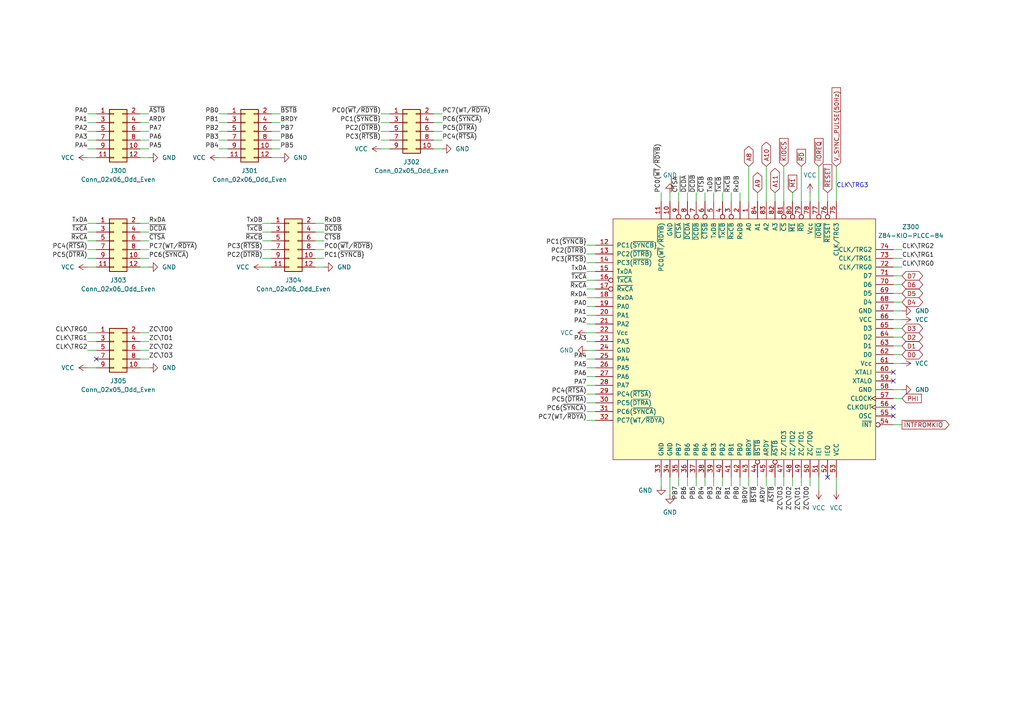
<source format=kicad_sch>
(kicad_sch (version 20211123) (generator eeschema)
  (paper "A4")
  (title_block (title "JupiterAce Z80 plus KIO and new memory format.") (date "2020-05-12") (rev "${REVNUM}") (company "Ontobus") (comment 1 "John Bradley") (comment 2 "https://creativecommons.org/licenses/by-nc-sa/4.0/") (comment 3 "Attribution-NonCommercial-ShareAlike 4.0 International License.") (comment 4 "This work is licensed under a Creative Commons "))
  (lib_symbols
    (symbol "Connector_Generic:Conn_02x05_Odd_Even" (pin_names (offset 1.016) hide)
      (property "Reference" "J" (at 1.27 7.62 0))
      (property "Value" "Conn_02x05_Odd_Even" (at 1.27 -7.62 0))
      (symbol "Conn_02x05_Odd_Even_1_1"
        (rectangle (start -1.27 -4.953) (end 0 -5.207) (stroke (width 0.1524)))
        (rectangle (start -1.27 -2.413) (end 0 -2.667) (stroke (width 0.1524)))
        (rectangle (start -1.27 0.127) (end 0 -0.127) (stroke (width 0.1524)))
        (rectangle (start -1.27 2.667) (end 0 2.413) (stroke (width 0.1524)))
        (rectangle (start -1.27 5.207) (end 0 4.953) (stroke (width 0.1524)))
        (rectangle (start -1.27 6.35) (end 3.81 -6.35) (stroke (width 0.254)) (fill (type background)))
        (rectangle (start 3.81 -4.953) (end 2.54 -5.207) (stroke (width 0.1524)))
        (rectangle (start 3.81 -2.413) (end 2.54 -2.667) (stroke (width 0.1524)))
        (rectangle (start 3.81 0.127) (end 2.54 -0.127) (stroke (width 0.1524)))
        (rectangle (start 3.81 2.667) (end 2.54 2.413) (stroke (width 0.1524)))
        (rectangle (start 3.81 5.207) (end 2.54 4.953) (stroke (width 0.1524)))
        (pin passive line (at -5.08 5.08 0) (length 3.81) (name "Pin_1") (number "1"))
        (pin passive line (at 7.62 -5.08 180) (length 3.81) (name "Pin_10") (number "10"))
        (pin passive line (at 7.62 5.08 180) (length 3.81) (name "Pin_2") (number "2"))
        (pin passive line (at -5.08 2.54 0) (length 3.81) (name "Pin_3") (number "3"))
        (pin passive line (at 7.62 2.54 180) (length 3.81) (name "Pin_4") (number "4"))
        (pin passive line (at -5.08 0 0) (length 3.81) (name "Pin_5") (number "5"))
        (pin passive line (at 7.62 0 180) (length 3.81) (name "Pin_6") (number "6"))
        (pin passive line (at -5.08 -2.54 0) (length 3.81) (name "Pin_7") (number "7"))
        (pin passive line (at 7.62 -2.54 180) (length 3.81) (name "Pin_8") (number "8"))
        (pin passive line (at -5.08 -5.08 0) (length 3.81) (name "Pin_9") (number "9"))
      )
    )
    (symbol "Connector_Generic:Conn_02x06_Odd_Even" (pin_names (offset 1.016) hide)
      (property "Reference" "J" (at 1.27 7.62 0))
      (property "Value" "Conn_02x06_Odd_Even" (at 1.27 -10.16 0))
      (symbol "Conn_02x06_Odd_Even_1_1"
        (rectangle (start -1.27 -7.493) (end 0 -7.747) (stroke (width 0.1524)))
        (rectangle (start -1.27 -4.953) (end 0 -5.207) (stroke (width 0.1524)))
        (rectangle (start -1.27 -2.413) (end 0 -2.667) (stroke (width 0.1524)))
        (rectangle (start -1.27 0.127) (end 0 -0.127) (stroke (width 0.1524)))
        (rectangle (start -1.27 2.667) (end 0 2.413) (stroke (width 0.1524)))
        (rectangle (start -1.27 5.207) (end 0 4.953) (stroke (width 0.1524)))
        (rectangle (start -1.27 6.35) (end 3.81 -8.89) (stroke (width 0.254)) (fill (type background)))
        (rectangle (start 3.81 -7.493) (end 2.54 -7.747) (stroke (width 0.1524)))
        (rectangle (start 3.81 -4.953) (end 2.54 -5.207) (stroke (width 0.1524)))
        (rectangle (start 3.81 -2.413) (end 2.54 -2.667) (stroke (width 0.1524)))
        (rectangle (start 3.81 0.127) (end 2.54 -0.127) (stroke (width 0.1524)))
        (rectangle (start 3.81 2.667) (end 2.54 2.413) (stroke (width 0.1524)))
        (rectangle (start 3.81 5.207) (end 2.54 4.953) (stroke (width 0.1524)))
        (pin passive line (at -5.08 5.08 0) (length 3.81) (name "Pin_1") (number "1"))
        (pin passive line (at 7.62 -5.08 180) (length 3.81) (name "Pin_10") (number "10"))
        (pin passive line (at -5.08 -7.62 0) (length 3.81) (name "Pin_11") (number "11"))
        (pin passive line (at 7.62 -7.62 180) (length 3.81) (name "Pin_12") (number "12"))
        (pin passive line (at 7.62 5.08 180) (length 3.81) (name "Pin_2") (number "2"))
        (pin passive line (at -5.08 2.54 0) (length 3.81) (name "Pin_3") (number "3"))
        (pin passive line (at 7.62 2.54 180) (length 3.81) (name "Pin_4") (number "4"))
        (pin passive line (at -5.08 0 0) (length 3.81) (name "Pin_5") (number "5"))
        (pin passive line (at 7.62 0 180) (length 3.81) (name "Pin_6") (number "6"))
        (pin passive line (at -5.08 -2.54 0) (length 3.81) (name "Pin_7") (number "7"))
        (pin passive line (at 7.62 -2.54 180) (length 3.81) (name "Pin_8") (number "8"))
        (pin passive line (at -5.08 -5.08 0) (length 3.81) (name "Pin_9") (number "9"))
      )
    )
    (symbol "Zilog_Z80_Peripherals:KIO-PLCC-84" (pin_names (offset 1.016))
      (property "Reference" "Z" (at 29.21 -27.94 0))
      (property "Value" "KIO-PLCC-84" (at 31.75 -24.13 0))
      (symbol "KIO-PLCC-84_0_1"
        (rectangle (start 0 0) (end 76.2 -69.85) (fill (type background)))
      )
      (symbol "KIO-PLCC-84_1_1"
        (pin input line (at 39.37 5.08 270) (length 5.08) (name "A0") (number "1"))
        (pin power_in line (at 16.51 5.08 270) (length 5.08) (name "GND") (number "10"))
        (pin tri_state line (at 13.97 5.08 270) (length 5.08) (name "PC0(~{WT}/~{RDYB})") (number "11"))
        (pin tri_state line (at -5.08 -7.62 0) (length 5.08) (name "PC1(~{SYNCB}}") (number "12"))
        (pin tri_state line (at -5.08 -10.16 0) (length 5.08) (name "PC2(~{DTRB})") (number "13"))
        (pin tri_state line (at -5.08 -12.7 0) (length 5.08) (name "PC3(~{RTSB})") (number "14"))
        (pin output line (at -5.08 -15.24 0) (length 5.08) (name "TxDA") (number "15"))
        (pin input inverted (at -5.08 -17.78 0) (length 5.08) (name "~{TxCA}") (number "16"))
        (pin input inverted (at -5.08 -20.32 0) (length 5.08) (name "~{RxCA}") (number "17"))
        (pin input line (at -5.08 -22.86 0) (length 5.08) (name "RxDA") (number "18"))
        (pin tri_state line (at -5.08 -25.4 0) (length 5.08) (name "PA0") (number "19"))
        (pin input line (at 36.83 5.08 270) (length 5.08) (name "RxDB") (number "2"))
        (pin tri_state line (at -5.08 -27.94 0) (length 5.08) (name "PA1") (number "20"))
        (pin tri_state line (at -5.08 -30.48 0) (length 5.08) (name "PA2") (number "21"))
        (pin power_in line (at -5.08 -33.02 0) (length 5.08) (name "Vcc") (number "22"))
        (pin tri_state line (at -5.08 -35.56 0) (length 5.08) (name "PA3") (number "23"))
        (pin power_in line (at -5.08 -38.1 0) (length 5.08) (name "GND") (number "24"))
        (pin tri_state line (at -5.08 -40.64 0) (length 5.08) (name "PA4") (number "25"))
        (pin tri_state line (at -5.08 -43.18 0) (length 5.08) (name "PA5") (number "26"))
        (pin tri_state line (at -5.08 -45.72 0) (length 5.08) (name "PA6") (number "27"))
        (pin tri_state line (at -5.08 -48.26 0) (length 5.08) (name "PA7") (number "28"))
        (pin tri_state line (at -5.08 -50.8 0) (length 5.08) (name "PC4(~{RTSA})") (number "29"))
        (pin input inverted (at 34.29 5.08 270) (length 5.08) (name "~{RxCB}") (number "3"))
        (pin tri_state line (at -5.08 -53.34 0) (length 5.08) (name "PC5(~{DTRA})") (number "30"))
        (pin tri_state line (at -5.08 -55.88 0) (length 5.08) (name "PC6(~{SYNCA})") (number "31"))
        (pin tri_state line (at -5.08 -58.42 0) (length 5.08) (name "PC7(WT/~{RDYA})") (number "32"))
        (pin power_in line (at 13.97 -74.93 90) (length 5.08) (name "GND") (number "33"))
        (pin power_in line (at 16.51 -74.93 90) (length 5.08) (name "GND") (number "34"))
        (pin tri_state line (at 19.05 -74.93 90) (length 5.08) (name "PB7") (number "35"))
        (pin tri_state line (at 21.59 -74.93 90) (length 5.08) (name "PB6") (number "36"))
        (pin tri_state line (at 24.13 -74.93 90) (length 5.08) (name "PB6") (number "37"))
        (pin tri_state line (at 26.67 -74.93 90) (length 5.08) (name "PB4") (number "38"))
        (pin tri_state line (at 29.21 -74.93 90) (length 5.08) (name "PB3") (number "39"))
        (pin input inverted (at 31.75 5.08 270) (length 5.08) (name "~{TxCB}") (number "4"))
        (pin tri_state line (at 31.75 -74.93 90) (length 5.08) (name "PB2") (number "40"))
        (pin tri_state line (at 34.29 -74.93 90) (length 5.08) (name "PB1") (number "41"))
        (pin tri_state line (at 36.83 -74.93 90) (length 5.08) (name "PB0") (number "42"))
        (pin output line (at 39.37 -74.93 90) (length 5.08) (name "BRDY") (number "43"))
        (pin input inverted (at 41.91 -74.93 90) (length 5.08) (name "~{BSTB}") (number "44"))
        (pin output line (at 44.45 -74.93 90) (length 5.08) (name "ARDY") (number "45"))
        (pin input inverted (at 46.99 -74.93 90) (length 5.08) (name "~{ASTB}") (number "46"))
        (pin output line (at 49.53 -74.93 90) (length 5.08) (name "ZC/TO3") (number "47"))
        (pin output line (at 52.07 -74.93 90) (length 5.08) (name "ZC/TO2") (number "48"))
        (pin output line (at 54.61 -74.93 90) (length 5.08) (name "ZC/TO1") (number "49"))
        (pin output line (at 29.21 5.08 270) (length 5.08) (name "TxDB") (number "5"))
        (pin output line (at 57.15 -74.93 90) (length 5.08) (name "ZC/TO0") (number "50"))
        (pin input line (at 59.69 -74.93 90) (length 5.08) (name "IEI") (number "51"))
        (pin output line (at 62.23 -74.93 90) (length 5.08) (name "IEO") (number "52"))
        (pin power_in line (at 64.77 -74.93 90) (length 5.08) (name "VCC") (number "53"))
        (pin open_collector inverted (at 81.28 -59.69 180) (length 5.08) (name "~{INT}") (number "54"))
        (pin output line (at 81.28 -57.15 180) (length 5.08) (name "OSC") (number "55"))
        (pin output clock (at 81.28 -54.61 180) (length 5.08) (name "CLKOUT") (number "56"))
        (pin input clock (at 81.28 -52.07 180) (length 5.08) (name "CLOCK") (number "57"))
        (pin power_in line (at 81.28 -49.53 180) (length 5.08) (name "GND") (number "58"))
        (pin output line (at 81.28 -46.99 180) (length 5.08) (name "XTALO") (number "59"))
        (pin input inverted (at 26.67 5.08 270) (length 5.08) (name "~{CTSB}") (number "6"))
        (pin input line (at 81.28 -44.45 180) (length 5.08) (name "XTALI") (number "60"))
        (pin power_in line (at 81.28 -41.91 180) (length 5.08) (name "Vcc") (number "61"))
        (pin bidirectional line (at 81.28 -39.37 180) (length 5.08) (name "D0") (number "62"))
        (pin bidirectional line (at 81.28 -36.83 180) (length 5.08) (name "D1") (number "63"))
        (pin bidirectional line (at 81.28 -34.29 180) (length 5.08) (name "D2") (number "64"))
        (pin bidirectional line (at 81.28 -31.75 180) (length 5.08) (name "D3") (number "65"))
        (pin power_in line (at 81.28 -29.21 180) (length 5.08) (name "VCC") (number "66"))
        (pin power_in line (at 81.28 -26.67 180) (length 5.08) (name "GND") (number "67"))
        (pin bidirectional line (at 81.28 -24.13 180) (length 5.08) (name "D4") (number "68"))
        (pin bidirectional line (at 81.28 -21.59 180) (length 5.08) (name "D5") (number "69"))
        (pin input inverted (at 24.13 5.08 270) (length 5.08) (name "~{DCDB}") (number "7"))
        (pin bidirectional line (at 81.28 -19.05 180) (length 5.08) (name "D6") (number "70"))
        (pin bidirectional line (at 81.28 -16.51 180) (length 5.08) (name "D7") (number "71"))
        (pin input line (at 81.28 -13.97 180) (length 5.08) (name "CLK/TRG0") (number "72"))
        (pin input line (at 81.28 -11.43 180) (length 5.08) (name "CLK/TRG1") (number "73"))
        (pin input line (at 81.28 -8.89 180) (length 5.08) (name "CLK/TRG2") (number "74"))
        (pin input line (at 64.77 5.08 270) (length 5.08) (name "CLK/TRG3") (number "75"))
        (pin input inverted (at 62.23 5.08 270) (length 5.08) (name "~{RESET}") (number "76"))
        (pin input inverted (at 59.69 5.08 270) (length 5.08) (name "~{IORQ}") (number "77"))
        (pin power_in line (at 57.15 5.08 270) (length 5.08) (name "Vcc") (number "78"))
        (pin input inverted (at 54.61 5.08 270) (length 5.08) (name "~{RD}") (number "79"))
        (pin input inverted (at 21.59 5.08 270) (length 5.08) (name "~{DCDA}") (number "8"))
        (pin input inverted (at 52.07 5.08 270) (length 5.08) (name "~{M1}") (number "80"))
        (pin input inverted (at 49.53 5.08 270) (length 5.08) (name "~{CS}") (number "81"))
        (pin input line (at 46.99 5.08 270) (length 5.08) (name "A3") (number "82"))
        (pin input line (at 44.45 5.08 270) (length 5.08) (name "A2") (number "83"))
        (pin input line (at 41.91 5.08 270) (length 5.08) (name "A1") (number "84"))
        (pin input inverted (at 19.05 5.08 270) (length 5.08) (name "~{CTSA}") (number "9"))
      )
    )
    (symbol "power:GND" (power) (pin_names (offset 0))
      (property "Value" "GND" (at 0 -3.81 0))
      (symbol "GND_0_1"
        (polyline (pts (xy 0 0) (xy 0 -1.27) (xy 1.27 -1.27) (xy 0 -2.54) (xy -1.27 -1.27) (xy 0 -1.27)))
      )
      (symbol "GND_1_1"
        (pin power_in line (at 0 0 270) (length 0) hide (name "GND") (number "1"))
      )
    )
    (symbol "power:VCC" (power) (pin_names (offset 0))
      (property "Value" "VCC" (at 0 3.81 0))
      (symbol "VCC_0_1"
        (polyline (pts (xy -0.762 1.27) (xy 0 2.54)))
        (polyline (pts (xy 0 0) (xy 0 2.54)))
        (polyline (pts (xy 0 2.54) (xy 0.762 1.27)))
      )
      (symbol "VCC_1_1"
        (pin power_in line (at 0 0 90) (length 0) hide (name "VCC") (number "1"))
      )
    )
  )
  (no_connect (at 259.08 110.49))
  (no_connect (at 259.08 107.95))
  (no_connect (at 240.03 138.43))
  (no_connect (at 259.08 120.65))
  (no_connect (at 259.08 118.11))
  (no_connect (at 27.94 104.14))
  (wire (pts (xy 172.72 78.74) (xy 170.18 78.74)))
  (wire (pts (xy 125.73 33.02) (xy 128.27 33.02)))
  (wire (pts (xy 91.44 69.85) (xy 93.98 69.85)))
  (wire (pts (xy 196.85 58.42) (xy 196.85 55.88)))
  (wire (pts (xy 78.74 45.72) (xy 81.28 45.72)))
  (wire (pts (xy 259.08 95.25) (xy 261.62 95.25)))
  (wire (pts (xy 259.08 97.79) (xy 261.62 97.79)))
  (wire (pts (xy 227.33 58.42) (xy 227.33 48.26)))
  (wire (pts (xy 125.73 38.1) (xy 128.27 38.1)))
  (wire (pts (xy 113.03 40.64) (xy 110.49 40.64)))
  (wire (pts (xy 194.31 138.43) (xy 194.31 143.51)))
  (wire (pts (xy 172.72 104.14) (xy 170.18 104.14)))
  (wire (pts (xy 40.64 33.02) (xy 43.18 33.02)))
  (wire (pts (xy 242.57 48.26) (xy 242.57 58.42)))
  (wire (pts (xy 76.2 77.47) (xy 78.74 77.47)))
  (wire (pts (xy 259.08 85.09) (xy 261.62 85.09)))
  (wire (pts (xy 259.08 100.33) (xy 261.62 100.33)))
  (wire (pts (xy 78.74 69.85) (xy 76.2 69.85)))
  (wire (pts (xy 40.64 43.18) (xy 43.18 43.18)))
  (wire (pts (xy 25.4 106.68) (xy 27.94 106.68)))
  (wire (pts (xy 27.94 96.52) (xy 25.4 96.52)))
  (wire (pts (xy 191.77 138.43) (xy 191.77 140.97)))
  (wire (pts (xy 113.03 35.56) (xy 110.49 35.56)))
  (wire (pts (xy 237.49 142.24) (xy 237.49 138.43)))
  (wire (pts (xy 40.64 64.77) (xy 43.18 64.77)))
  (wire (pts (xy 234.95 55.88) (xy 234.95 58.42)))
  (wire (pts (xy 172.72 93.98) (xy 170.18 93.98)))
  (wire (pts (xy 91.44 67.31) (xy 93.98 67.31)))
  (wire (pts (xy 125.73 35.56) (xy 128.27 35.56)))
  (wire (pts (xy 201.93 138.43) (xy 201.93 140.97)))
  (wire (pts (xy 66.04 38.1) (xy 63.5 38.1)))
  (wire (pts (xy 93.98 74.93) (xy 91.44 74.93)))
  (wire (pts (xy 259.08 82.55) (xy 261.62 82.55)))
  (wire (pts (xy 40.64 45.72) (xy 43.18 45.72)))
  (wire (pts (xy 229.87 58.42) (xy 229.87 55.88)))
  (wire (pts (xy 27.94 40.64) (xy 25.4 40.64)))
  (wire (pts (xy 222.25 58.42) (xy 222.25 48.26)))
  (wire (pts (xy 40.64 67.31) (xy 43.18 67.31)))
  (wire (pts (xy 27.94 38.1) (xy 25.4 38.1)))
  (wire (pts (xy 259.08 102.87) (xy 261.62 102.87)))
  (wire (pts (xy 172.72 71.12) (xy 170.18 71.12)))
  (wire (pts (xy 259.08 123.19) (xy 261.62 123.19)))
  (wire (pts (xy 259.08 72.39) (xy 261.62 72.39)))
  (wire (pts (xy 172.72 121.92) (xy 170.18 121.92)))
  (wire (pts (xy 91.44 77.47) (xy 93.98 77.47)))
  (wire (pts (xy 172.72 106.68) (xy 170.18 106.68)))
  (wire (pts (xy 217.17 58.42) (xy 217.17 48.26)))
  (wire (pts (xy 232.41 58.42) (xy 232.41 48.26)))
  (wire (pts (xy 259.08 74.93) (xy 261.62 74.93)))
  (wire (pts (xy 40.64 77.47) (xy 43.18 77.47)))
  (wire (pts (xy 27.94 72.39) (xy 25.4 72.39)))
  (wire (pts (xy 224.79 138.43) (xy 224.79 140.97)))
  (wire (pts (xy 40.64 104.14) (xy 43.18 104.14)))
  (wire (pts (xy 209.55 138.43) (xy 209.55 140.97)))
  (wire (pts (xy 172.72 91.44) (xy 170.18 91.44)))
  (wire (pts (xy 27.94 74.93) (xy 25.4 74.93)))
  (wire (pts (xy 27.94 35.56) (xy 25.4 35.56)))
  (wire (pts (xy 172.72 99.06) (xy 170.18 99.06)))
  (wire (pts (xy 172.72 76.2) (xy 170.18 76.2)))
  (wire (pts (xy 172.72 88.9) (xy 170.18 88.9)))
  (wire (pts (xy 40.64 106.68) (xy 43.18 106.68)))
  (wire (pts (xy 204.47 138.43) (xy 204.47 140.97)))
  (wire (pts (xy 27.94 67.31) (xy 25.4 67.31)))
  (wire (pts (xy 212.09 58.42) (xy 212.09 55.88)))
  (wire (pts (xy 40.64 38.1) (xy 43.18 38.1)))
  (wire (pts (xy 93.98 72.39) (xy 91.44 72.39)))
  (wire (pts (xy 113.03 38.1) (xy 110.49 38.1)))
  (wire (pts (xy 78.74 43.18) (xy 81.28 43.18)))
  (wire (pts (xy 222.25 138.43) (xy 222.25 140.97)))
  (wire (pts (xy 232.41 138.43) (xy 232.41 140.97)))
  (wire (pts (xy 40.64 35.56) (xy 43.18 35.56)))
  (wire (pts (xy 240.03 58.42) (xy 240.03 55.88)))
  (wire (pts (xy 27.94 101.6) (xy 25.4 101.6)))
  (wire (pts (xy 40.64 74.93) (xy 43.18 74.93)))
  (wire (pts (xy 259.08 113.03) (xy 261.62 113.03)))
  (wire (pts (xy 25.4 77.47) (xy 27.94 77.47)))
  (wire (pts (xy 113.03 33.02) (xy 110.49 33.02)))
  (wire (pts (xy 78.74 72.39) (xy 76.2 72.39)))
  (wire (pts (xy 40.64 40.64) (xy 43.18 40.64)))
  (wire (pts (xy 259.08 90.17) (xy 261.62 90.17)))
  (wire (pts (xy 207.01 138.43) (xy 207.01 140.97)))
  (wire (pts (xy 229.87 138.43) (xy 229.87 140.97)))
  (wire (pts (xy 172.72 109.22) (xy 170.18 109.22)))
  (wire (pts (xy 78.74 74.93) (xy 76.2 74.93)))
  (wire (pts (xy 40.64 101.6) (xy 43.18 101.6)))
  (wire (pts (xy 259.08 80.01) (xy 261.62 80.01)))
  (wire (pts (xy 110.49 43.18) (xy 113.03 43.18)))
  (wire (pts (xy 63.5 45.72) (xy 66.04 45.72)))
  (wire (pts (xy 27.94 64.77) (xy 25.4 64.77)))
  (wire (pts (xy 242.57 142.24) (xy 242.57 138.43)))
  (wire (pts (xy 207.01 58.42) (xy 207.01 55.88)))
  (wire (pts (xy 259.08 77.47) (xy 261.62 77.47)))
  (wire (pts (xy 209.55 58.42) (xy 209.55 55.88)))
  (wire (pts (xy 172.72 116.84) (xy 170.18 116.84)))
  (wire (pts (xy 78.74 38.1) (xy 81.28 38.1)))
  (wire (pts (xy 125.73 43.18) (xy 128.27 43.18)))
  (wire (pts (xy 78.74 64.77) (xy 76.2 64.77)))
  (wire (pts (xy 172.72 81.28) (xy 170.18 81.28)))
  (wire (pts (xy 66.04 43.18) (xy 63.5 43.18)))
  (wire (pts (xy 172.72 73.66) (xy 170.18 73.66)))
  (wire (pts (xy 224.79 58.42) (xy 224.79 55.88)))
  (wire (pts (xy 78.74 35.56) (xy 81.28 35.56)))
  (wire (pts (xy 261.62 105.41) (xy 259.08 105.41)))
  (wire (pts (xy 25.4 45.72) (xy 27.94 45.72)))
  (wire (pts (xy 259.08 87.63) (xy 261.62 87.63)))
  (wire (pts (xy 219.71 58.42) (xy 219.71 55.88)))
  (wire (pts (xy 261.62 92.71) (xy 259.08 92.71)))
  (wire (pts (xy 201.93 58.42) (xy 201.93 55.88)))
  (wire (pts (xy 91.44 64.77) (xy 93.98 64.77)))
  (wire (pts (xy 172.72 86.36) (xy 170.18 86.36)))
  (wire (pts (xy 78.74 40.64) (xy 81.28 40.64)))
  (wire (pts (xy 78.74 67.31) (xy 76.2 67.31)))
  (wire (pts (xy 227.33 138.43) (xy 227.33 140.97)))
  (wire (pts (xy 66.04 33.02) (xy 63.5 33.02)))
  (wire (pts (xy 234.95 138.43) (xy 234.95 140.97)))
  (wire (pts (xy 27.94 99.06) (xy 25.4 99.06)))
  (wire (pts (xy 204.47 58.42) (xy 204.47 55.88)))
  (wire (pts (xy 194.31 58.42) (xy 194.31 55.88)))
  (wire (pts (xy 172.72 119.38) (xy 170.18 119.38)))
  (wire (pts (xy 40.64 99.06) (xy 43.18 99.06)))
  (wire (pts (xy 217.17 138.43) (xy 217.17 140.97)))
  (wire (pts (xy 125.73 40.64) (xy 128.27 40.64)))
  (wire (pts (xy 172.72 83.82) (xy 170.18 83.82)))
  (wire (pts (xy 199.39 58.42) (xy 199.39 55.88)))
  (wire (pts (xy 40.64 69.85) (xy 43.18 69.85)))
  (wire (pts (xy 214.63 58.42) (xy 214.63 55.88)))
  (wire (pts (xy 172.72 101.6) (xy 170.18 101.6)))
  (wire (pts (xy 237.49 58.42) (xy 237.49 48.26)))
  (wire (pts (xy 196.85 138.43) (xy 196.85 140.97)))
  (wire (pts (xy 259.08 115.57) (xy 261.62 115.57)))
  (wire (pts (xy 212.09 138.43) (xy 212.09 140.97)))
  (wire (pts (xy 199.39 138.43) (xy 199.39 140.97)))
  (wire (pts (xy 40.64 72.39) (xy 43.18 72.39)))
  (wire (pts (xy 78.74 33.02) (xy 81.28 33.02)))
  (wire (pts (xy 66.04 35.56) (xy 63.5 35.56)))
  (wire (pts (xy 27.94 33.02) (xy 25.4 33.02)))
  (wire (pts (xy 40.64 96.52) (xy 43.18 96.52)))
  (wire (pts (xy 170.18 96.52) (xy 172.72 96.52)))
  (wire (pts (xy 27.94 69.85) (xy 25.4 69.85)))
  (wire (pts (xy 214.63 138.43) (xy 214.63 140.97)))
  (wire (pts (xy 172.72 111.76) (xy 170.18 111.76)))
  (wire (pts (xy 219.71 138.43) (xy 219.71 140.97)))
  (wire (pts (xy 191.77 58.42) (xy 191.77 55.88)))
  (wire (pts (xy 66.04 40.64) (xy 63.5 40.64)))
  (wire (pts (xy 172.72 114.3) (xy 170.18 114.3)))
  (wire (pts (xy 27.94 43.18) (xy 25.4 43.18)))
  (text "CLK\\TRG3" (at 242.57 54.61 0) (effects (font (size 1.27 1.27)) (justify left bottom)))
  (label "PC7(WT{slash}~{RDYA})" (at 128.27 33.02 0))
  (label "PA1" (at 170.18 91.44 0))
  (label "PA5" (at 43.18 43.18 0))
  (label "PC0(~{WT}{slash}~{RDYB})" (at 191.77 55.88 90))
  (label "~{CTSA}" (at 43.18 69.85 0))
  (label "ZC\\TO3" (at 227.33 140.97 90))
  (label "PB1" (at 212.09 140.97 90))
  (label "PB4" (at 204.47 140.97 90))
  (label "TxDB" (at 207.01 55.88 90))
  (label "~{TxCB}" (at 76.2 67.31 0))
  (label "CLK\\TRG0" (at 25.4 96.52 0))
  (label "PB7" (at 196.85 140.97 90))
  (label "PC4(~{RTSA})" (at 128.27 40.64 0))
  (label "PA6" (at 170.18 109.22 0))
  (label "~{BSTB}" (at 219.71 140.97 90))
  (label "~{RxCA}" (at 170.18 83.82 0))
  (label "~{CTSB}" (at 93.98 69.85 0))
  (label "ZC\\TO2" (at 229.87 140.97 90))
  (label "PC7(WT{slash}~{RDYA})" (at 170.18 121.92 0))
  (label "PC7(WT{slash}~{RDYA})" (at 43.18 72.39 0))
  (label "PB6" (at 199.39 140.97 90))
  (label "PC4(~{RTSA})" (at 170.18 114.3 0))
  (label "CLK\\TRG1" (at 261.62 74.93 0))
  (label "~{CTSB}" (at 204.47 55.88 90))
  (label "PA5" (at 170.18 106.68 0))
  (label "PB2" (at 63.5 38.1 0))
  (label "PC3(~{RTSB})" (at 110.49 40.64 0))
  (label "ARDY" (at 222.25 140.97 90))
  (label "PC0(~{WT}{slash}~{RDYB})" (at 110.49 33.02 0))
  (label "~{RxCB}" (at 212.09 55.88 90))
  (label "PB0" (at 214.63 140.97 90))
  (label "PA3" (at 170.18 99.06 0))
  (label "CLK\\TRG0" (at 261.62 77.47 0))
  (label "PC5(~{DTRA})" (at 25.4 74.93 180))
  (label "PA4" (at 170.18 104.14 0))
  (label "PB3" (at 207.01 140.97 90))
  (label "~{TxCB}" (at 209.55 55.88 90))
  (label "PC6(~{SYNCA})" (at 128.27 35.56 0))
  (label "RxDA" (at 170.18 86.36 0))
  (label "~{DCDA}" (at 43.18 67.31 0))
  (label "~{ASTB}" (at 43.18 33.02 0))
  (label "CLK\\TRG2" (at 261.62 72.39 0))
  (label "PA1" (at 25.4 35.56 0))
  (label "~{ASTB}" (at 224.79 140.97 90))
  (label "PA6" (at 43.18 40.64 0))
  (label "~{BSTB}" (at 81.28 33.02 0))
  (label "PB6" (at 81.28 40.64 0))
  (label "RxDA" (at 43.18 64.77 0))
  (label "ARDY" (at 43.18 35.56 0))
  (label "PC4(~{RTSA})" (at 25.4 72.39 0))
  (label "PA4" (at 25.4 43.18 0))
  (label "~{RxCB}" (at 76.2 69.85 0))
  (label "PB0" (at 63.5 33.02 0))
  (label "ZC\\TO0" (at 43.18 96.52 0))
  (label "PA2" (at 25.4 38.1 0))
  (label "PA2" (at 170.18 93.98 0))
  (label "~{DCDB}" (at 93.98 67.31 0))
  (label "~{DCDB}" (at 201.93 55.88 90))
  (label "PC0(~{WT}{slash}~{RDYB})" (at 93.98 72.39 0))
  (label "TxDA" (at 170.18 78.74 0))
  (label "~{DCDA}" (at 199.39 55.88 90))
  (label "PA3" (at 25.4 40.64 0))
  (label "ZC\\TO1" (at 232.41 140.97 90))
  (label "TxDB" (at 76.2 64.77 0))
  (label "PC6(~{SYNCA})" (at 170.18 119.38 0))
  (label "ZC\\TO2" (at 43.18 101.6 0))
  (label "CLK\\TRG1" (at 25.4 99.06 0))
  (label "TxDA" (at 25.4 64.77 0))
  (label "PC2(~{DTRB})" (at 110.49 38.1 0))
  (label "ZC\\TO1" (at 43.18 99.06 0))
  (label "PB3" (at 63.5 40.64 0))
  (label "PC6(~{SYNCA})" (at 43.18 74.93 0))
  (label "PC1(~{SYNCB}}" (at 170.18 71.12 0))
  (label "PA0" (at 25.4 33.02 0))
  (label "PB5" (at 81.28 43.18 0))
  (label "PC1(~{SYNCB}}" (at 93.98 74.93 0))
  (label "~{TxCA}" (at 170.18 81.28 0))
  (label "RxDB" (at 93.98 64.77 0))
  (label "PC1(~{SYNCB}}" (at 110.49 35.56 0))
  (label "PC2(~{DTRB})" (at 76.2 74.93 0))
  (label "PC3(~{RTSB})" (at 76.2 72.39 0))
  (label "BRDY" (at 81.28 35.56 0))
  (label "PA0" (at 170.18 88.9 0))
  (label "CLK\\TRG2" (at 25.4 101.6 0))
  (label "PB7" (at 81.28 38.1 0))
  (label "~{RxCA}" (at 25.4 69.85 0))
  (label "RxDB" (at 214.63 55.88 90))
  (label "PB1" (at 63.5 35.56 0))
  (label "~{TxCA}" (at 25.4 67.31 0))
  (label "ZC\\TO0" (at 234.95 140.97 90))
  (label "BRDY" (at 217.17 140.97 90))
  (label "PC5(~{DTRA})" (at 170.18 116.84 0))
  (label "PA7" (at 43.18 38.1 0))
  (label "PC2(~{DTRB})" (at 170.18 73.66 0))
  (label "PB2" (at 209.55 140.97 90))
  (label "PA7" (at 170.18 111.76 0))
  (label "PC5(~{DTRA})" (at 128.27 38.1 0))
  (label "PC3(~{RTSB})" (at 170.18 76.2 0))
  (label "PB4" (at 63.5 43.18 0))
  (label "~{CTSA}" (at 196.85 55.88 90))
  (label "ZC\\TO3" (at 43.18 104.14 0))
  (label "PB5" (at 201.93 140.97 90))
  (global_label "~{INTFROMKIO}" (shape output) (at 261.62 123.19 0) (property "Intersheet References" "${INTERSHEET_REFS}" (at 275.1928 123.1106 0) (effects (justify left))))
  (global_label "~{KIOCS}" (shape input) (at 227.33 48.26 90) (property "Intersheet References" "${INTERSHEET_REFS}" (at 227.2506 40.251 90) (effects (justify left))))
  (global_label "A9" (shape bidirectional) (at 219.71 55.88 90) (property "Intersheet References" "${INTERSHEET_REFS}" (at 219.6306 51.2577 90) (effects (justify left))))
  (global_label "~{RESET}" (shape input) (at 240.03 55.88 90) (property "Intersheet References" "${INTERSHEET_REFS}" (at 239.9506 47.8106 90) (effects (justify left))))
  (global_label "D4" (shape bidirectional) (at 261.62 87.63 0) (property "Intersheet References" "${INTERSHEET_REFS}" (at 266.4237 87.5506 0) (effects (justify left))))
  (global_label "~{M1}" (shape input) (at 229.87 55.88 90) (property "Intersheet References" "${INTERSHEET_REFS}" (at 229.7906 50.8948 90) (effects (justify left))))
  (global_label "D3" (shape bidirectional) (at 261.62 95.25 0) (property "Intersheet References" "${INTERSHEET_REFS}" (at 266.4237 95.1706 0) (effects (justify left))))
  (global_label "D0" (shape bidirectional) (at 261.62 102.87 0) (property "Intersheet References" "${INTERSHEET_REFS}" (at 266.4237 102.7906 0) (effects (justify left))))
  (global_label "A10" (shape bidirectional) (at 222.25 48.26 90) (property "Intersheet References" "${INTERSHEET_REFS}" (at 222.1706 42.4282 90) (effects (justify left))))
  (global_label "D5" (shape bidirectional) (at 261.62 85.09 0) (property "Intersheet References" "${INTERSHEET_REFS}" (at 266.4237 85.0106 0) (effects (justify left))))
  (global_label "D7" (shape bidirectional) (at 261.62 80.01 0) (property "Intersheet References" "${INTERSHEET_REFS}" (at 266.4237 79.9306 0) (effects (justify left))))
  (global_label "A8" (shape bidirectional) (at 217.17 48.26 90) (property "Intersheet References" "${INTERSHEET_REFS}" (at 217.0906 43.6377 90) (effects (justify left))))
  (global_label "V_SYNC_PULSE(50Hz)" (shape input) (at 242.57 48.26 90) (property "Intersheet References" "${INTERSHEET_REFS}" (at 242.4906 25.5553 90) (effects (justify left))))
  (global_label "D6" (shape bidirectional) (at 261.62 82.55 0) (property "Intersheet References" "${INTERSHEET_REFS}" (at 266.4237 82.4706 0) (effects (justify left))))
  (global_label "A11" (shape bidirectional) (at 224.79 55.88 90) (property "Intersheet References" "${INTERSHEET_REFS}" (at 224.7106 50.0482 90) (effects (justify left))))
  (global_label "D1" (shape bidirectional) (at 261.62 100.33 0) (property "Intersheet References" "${INTERSHEET_REFS}" (at 266.4237 100.2506 0) (effects (justify left))))
  (global_label "~{IOREQ}" (shape input) (at 237.49 48.26 90) (property "Intersheet References" "${INTERSHEET_REFS}" (at 237.4106 40.251 90) (effects (justify left))))
  (global_label "PHI" (shape input) (at 261.62 115.57 0) (property "Intersheet References" "${INTERSHEET_REFS}" (at 267.1494 115.4906 0) (effects (justify left))))
  (global_label "~{RD}" (shape input) (at 232.41 48.26 90) (property "Intersheet References" "${INTERSHEET_REFS}" (at 232.3306 43.3958 90) (effects (justify left))))
  (global_label "D2" (shape bidirectional) (at 261.62 97.79 0) (property "Intersheet References" "${INTERSHEET_REFS}" (at 266.4237 97.7106 0) (effects (justify left))))
  (symbol (lib_id "Zilog_Z80_Peripherals:KIO-PLCC-84") (at 177.8 63.5 0) (unit 1)
    (property "Reference" "Z300" (at 264.16 65.8112 0))
    (property "Value" "Z84-KIO-PLCC-84" (at 264.16 68.3512 0))
    (property "Footprint" "ExtraFootprints:PLCC-84_THT-Socket" (effects hide))
    (property "Datasheet" "https://www.zilog.com/docs/z80/ps0118.pdf" (effects hide))
  )
  (symbol (lib_id "power:GND") (at 191.77 140.97 0) (unit 1)
    (property "Reference" "#~PWR0107" (effects hide))
    (property "Value" "GND" (at 189.23 142.2399 0) (effects (justify right)))
  )
  (symbol (lib_id "Connector_Generic:Conn_02x06_Odd_Even") (at 33.02 38.1 0) (unit 1)
    (property "Reference" "J300" (at 34.29 49.53 0))
    (property "Value" "Conn_02x06_Odd_Even" (at 34.29 52.07 0))
    (property "Footprint" "Connector_PinHeader_2.54mm:PinHeader_2x06_P2.54mm_Vertical" (effects hide))
  )
  (symbol (lib_id "power:VCC") (at 242.57 142.24 180) (unit 1)
    (property "Reference" "#~PWR0108" (effects hide))
    (property "Value" "VCC" (at 242.57 147.32 0))
  )
  (symbol (lib_id "power:GND") (at 194.31 143.51 0) (unit 1)
    (property "Reference" "#~PWR0109" (effects hide))
    (property "Value" "GND" (at 194.31 148.59 0))
  )
  (symbol (lib_id "power:GND") (at 261.62 113.03 90) (unit 1)
    (property "Reference" "#~PWR0138" (effects hide))
    (property "Value" "GND" (at 265.43 113.0299 90) (effects (justify right)))
  )
  (symbol (lib_id "power:GND") (at 261.62 90.17 90) (unit 1)
    (property "Reference" "#~PWR0147" (effects hide))
    (property "Value" "GND" (at 265.43 90.1699 90) (effects (justify right)))
  )
  (symbol (lib_id "power:GND") (at 194.31 55.88 180) (unit 1)
    (property "Reference" "#~PWR0157" (effects hide))
    (property "Value" "GND" (at 194.31 50.8 0))
  )
  (symbol (lib_id "power:GND") (at 170.18 101.6 270) (unit 1)
    (property "Reference" "#~PWR0158" (effects hide))
    (property "Value" "GND" (at 166.37 101.5999 90) (effects (justify right)))
  )
  (symbol (lib_id "power:VCC") (at 261.62 105.41 270) (unit 1)
    (property "Reference" "#~PWR0159" (effects hide))
    (property "Value" "VCC" (at 265.43 105.4099 90) (effects (justify left)))
  )
  (symbol (lib_id "power:VCC") (at 261.62 92.71 270) (unit 1)
    (property "Reference" "#~PWR0160" (effects hide))
    (property "Value" "VCC" (at 265.43 92.7099 90) (effects (justify left)))
  )
  (symbol (lib_id "power:VCC") (at 170.18 96.52 90) (unit 1)
    (property "Reference" "#~PWR0172" (effects hide))
    (property "Value" "VCC" (at 166.37 96.5199 90) (effects (justify left)))
  )
  (symbol (lib_id "Connector_Generic:Conn_02x06_Odd_Even") (at 71.12 38.1 0) (unit 1)
    (property "Reference" "J301" (at 72.39 49.53 0))
    (property "Value" "Conn_02x06_Odd_Even" (at 72.39 52.07 0))
    (property "Footprint" "Connector_PinHeader_2.54mm:PinHeader_2x06_P2.54mm_Vertical" (effects hide))
  )
  (symbol (lib_id "power:VCC") (at 234.95 55.88 0) (unit 1)
    (property "Reference" "#~PWR0173" (effects hide))
    (property "Value" "VCC" (at 234.95 50.8 0))
  )
  (symbol (lib_id "power:VCC") (at 25.4 106.68 90) (unit 1)
    (property "Reference" "#~PWR0176" (effects hide))
    (property "Value" "VCC" (at 21.59 106.6799 90) (effects (justify left)))
  )
  (symbol (lib_id "power:GND") (at 43.18 106.68 90) (unit 1)
    (property "Reference" "#~PWR0177" (effects hide))
    (property "Value" "GND" (at 46.99 106.6799 90) (effects (justify right)))
  )
  (symbol (lib_id "power:GND") (at 43.18 45.72 90) (unit 1)
    (property "Reference" "#~PWR0101" (effects hide))
    (property "Value" "GND" (at 46.99 45.7199 90) (effects (justify right)))
  )
  (symbol (lib_id "power:VCC") (at 25.4 45.72 90) (unit 1)
    (property "Reference" "#~PWR0114" (effects hide))
    (property "Value" "VCC" (at 21.59 45.7199 90) (effects (justify left)))
  )
  (symbol (lib_id "power:GND") (at 81.28 45.72 90) (unit 1)
    (property "Reference" "#~PWR0117" (effects hide))
    (property "Value" "GND" (at 85.09 45.7199 90) (effects (justify right)))
  )
  (symbol (lib_id "power:VCC") (at 63.5 45.72 90) (unit 1)
    (property "Reference" "#~PWR0119" (effects hide))
    (property "Value" "VCC" (at 59.69 45.7199 90) (effects (justify left)))
  )
  (symbol (lib_id "power:GND") (at 128.27 43.18 90) (unit 1)
    (property "Reference" "#~PWR0122" (effects hide))
    (property "Value" "GND" (at 132.08 43.1799 90) (effects (justify right)))
  )
  (symbol (lib_id "power:VCC") (at 110.49 43.18 90) (unit 1)
    (property "Reference" "#~PWR0123" (effects hide))
    (property "Value" "VCC" (at 106.68 43.1799 90) (effects (justify left)))
  )
  (symbol (lib_id "power:GND") (at 43.18 77.47 90) (unit 1)
    (property "Reference" "#~PWR0143" (effects hide))
    (property "Value" "GND" (at 46.99 77.4699 90) (effects (justify right)))
  )
  (symbol (lib_id "power:VCC") (at 25.4 77.47 90) (unit 1)
    (property "Reference" "#~PWR0156" (effects hide))
    (property "Value" "VCC" (at 21.59 77.4699 90) (effects (justify left)))
  )
  (symbol (lib_id "power:GND") (at 93.98 77.47 90) (unit 1)
    (property "Reference" "#~PWR0164" (effects hide))
    (property "Value" "GND" (at 97.79 77.4699 90) (effects (justify right)))
  )
  (symbol (lib_id "power:VCC") (at 76.2 77.47 90) (unit 1)
    (property "Reference" "#~PWR0175" (effects hide))
    (property "Value" "VCC" (at 72.39 77.4699 90) (effects (justify left)))
  )
  (symbol (lib_id "Connector_Generic:Conn_02x05_Odd_Even") (at 118.11 38.1 0) (unit 1)
    (property "Reference" "J302" (at 119.38 46.99 0))
    (property "Value" "Conn_02x05_Odd_Even" (at 119.38 49.53 0))
    (property "Footprint" "Connector_PinHeader_2.54mm:PinHeader_2x05_P2.54mm_Vertical" (effects hide))
  )
  (symbol (lib_id "Connector_Generic:Conn_02x06_Odd_Even") (at 33.02 69.85 0) (unit 1)
    (property "Reference" "J303" (at 34.29 81.28 0))
    (property "Value" "Conn_02x06_Odd_Even" (at 34.29 83.82 0))
    (property "Footprint" "Connector_PinHeader_2.54mm:PinHeader_2x06_P2.54mm_Vertical" (effects hide))
  )
  (symbol (lib_id "Connector_Generic:Conn_02x06_Odd_Even") (at 83.82 69.85 0) (unit 1)
    (property "Reference" "J304" (at 85.09 81.28 0))
    (property "Value" "Conn_02x06_Odd_Even" (at 85.09 83.82 0))
    (property "Footprint" "Connector_PinHeader_2.54mm:PinHeader_2x06_P2.54mm_Vertical" (effects hide))
  )
  (symbol (lib_id "Connector_Generic:Conn_02x05_Odd_Even") (at 33.02 101.6 0) (unit 1)
    (property "Reference" "J305" (at 34.29 110.49 0))
    (property "Value" "Conn_02x05_Odd_Even" (at 34.29 113.03 0))
    (property "Footprint" "Connector_PinHeader_2.54mm:PinHeader_2x05_P2.54mm_Vertical" (effects hide))
  )
  (symbol (lib_id "power:VCC") (at 237.49 142.24 180) (unit 1)
    (property "Reference" "#0101" (effects hide))
    (property "Value" "VCC" (at 237.49 147.32 0))
  )
)
</source>
